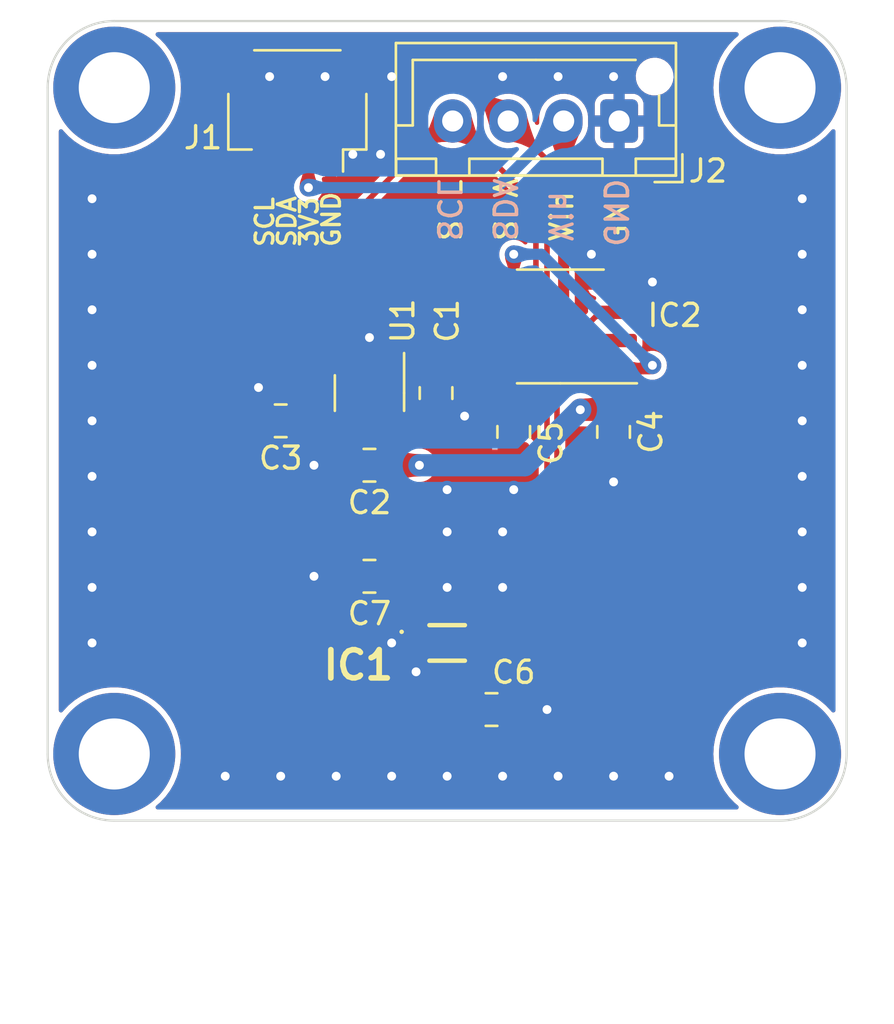
<source format=kicad_pcb>
(kicad_pcb (version 20221018) (generator pcbnew)
  (layers (0 "F.Cu" signal) (31 "B.Cu" signal) (34 "B.Paste" user) (35 "F.Paste" user) (36 "B.SilkS" user "B.Silkscreen") (37 "F.SilkS" user "F.Silkscreen") (38 "B.Mask" user) (39 "F.Mask" user) (44 "Edge.Cuts" user))
  (net 0 "")
  (net 1 "+3V3")
  (net 2 "GND")
  (net 3 "+3V0")
  (net 4 "Net-(U1-BP)")
  (net 5 "SDA")
  (net 6 "SCL")
  (net 7 "SCL-VCC")
  (net 8 "SDA-VCC")
  (footprint "Connector_JST:JST_SH_SM04B-SRSS-TB_1x04-1MP_P1.00mm_Horizontal" (layer "F.Cu") (at 98.25 48.5 180)
    (fp_text reference "J1" (at 4.25 -1.25) (layer "F.SilkS"))
    (fp_text value "Conn_01x04")
    (fp_line (start -3.11 -1.785) (end -2.06 -1.785) (stroke (width 0.12)) (layer "F.SilkS"))
    (fp_line (start -3.11 0.715) (end -3.11 -1.785) (stroke (width 0.12)) (layer "F.SilkS"))
    (fp_line (start -2.06 -1.785) (end -2.06 -2.775) (stroke (width 0.12)) (layer "F.SilkS"))
    (fp_line (start -1.94 2.685) (end 1.94 2.685) (stroke (width 0.12)) (layer "F.SilkS"))
    (fp_line (start 3.11 -1.785) (end 2.06 -1.785) (stroke (width 0.12)) (layer "F.SilkS"))
    (fp_line (start 3.11 0.715) (end 3.11 -1.785) (stroke (width 0.12)) (layer "F.SilkS"))
    (pad "1" smd roundrect (at -1.5 -2 180) (size 0.6 1.55) (layers "F.Cu" "F.Paste" "F.Mask") (net 2 "GND"))
    (pad "2" smd roundrect (at -0.5 -2 180) (size 0.6 1.55) (layers "F.Cu" "F.Paste" "F.Mask") (net 1 "+3V3"))
    (pad "3" smd roundrect (at 0.5 -2 180) (size 0.6 1.55) (layers "F.Cu" "F.Paste" "F.Mask") (net 8 "SDA-VCC"))
    (pad "4" smd roundrect (at 1.5 -2 180) (size 0.6 1.55) (layers "F.Cu" "F.Paste" "F.Mask") (net 7 "SCL-VCC"))
    (pad "MP" smd roundrect (at -2.8 1.875 180) (size 1.2 1.8) (layers "F.Cu" "F.Paste" "F.Mask") (roundrect_rratio 0.2083333333))
    (pad "MP" smd roundrect (at 2.8 1.875 180) (size 1.2 1.8) (layers "F.Cu" "F.Paste" "F.Mask") (roundrect_rratio 0.2083333333))
  )
  (footprint "MountingHole:MountingHole_3.2mm_M3_ISO14580_Pad" (layer "F.Cu") (at 120 47.5)
    (fp_text reference "H2" hide)
    (fp_text value "MountingHole")
    (pad "1" thru_hole circle (at 0 0) (size 5.5 5.5) (drill 3.2) (layers "*.Cu" "*.Mask"))
  )
  (footprint "Package_SO:SOIC-8_3.9x4.9mm_P1.27mm" (layer "F.Cu") (at 110.1 58.25 180)
    (fp_text reference "IC2" (at -5.15 0.5) (layer "F.SilkS"))
    (fp_text value "NLSX4373DR2G")
    (fp_line (start 0 -2.56) (end -3.45 -2.56) (stroke (width 0.12)) (layer "F.SilkS"))
    (fp_line (start 0 -2.56) (end 1.95 -2.56) (stroke (width 0.12)) (layer "F.SilkS"))
    (fp_line (start 0 2.56) (end -1.95 2.56) (stroke (width 0.12)) (layer "F.SilkS"))
    (fp_line (start 0 2.56) (end 1.95 2.56) (stroke (width 0.12)) (layer "F.SilkS"))
    (pad "1" smd roundrect (at -2.475 -1.905 180) (size 1.95 0.6) (layers "F.Cu" "F.Paste" "F.Mask") (net 3 "+3V0"))
    (pad "2" smd roundrect (at -2.475 -0.635 180) (size 1.95 0.6) (layers "F.Cu" "F.Paste" "F.Mask") (net 5 "SDA"))
    (pad "3" smd roundrect (at -2.475 0.635 180) (size 1.95 0.6) (layers "F.Cu" "F.Paste" "F.Mask") (net 6 "SCL"))
    (pad "4" smd roundrect (at -2.475 1.905 180) (size 1.95 0.6) (layers "F.Cu" "F.Paste" "F.Mask") (net 2 "GND"))
    (pad "5" smd roundrect (at 2.475 1.905 180) (size 1.95 0.6) (layers "F.Cu" "F.Paste" "F.Mask") (net 3 "+3V0"))
    (pad "6" smd roundrect (at 2.475 0.635 180) (size 1.95 0.6) (layers "F.Cu" "F.Paste" "F.Mask") (net 7 "SCL-VCC"))
    (pad "7" smd roundrect (at 2.475 -0.635 180) (size 1.95 0.6) (layers "F.Cu" "F.Paste" "F.Mask") (net 8 "SDA-VCC"))
    (pad "8" smd roundrect (at 2.475 -1.905 180) (size 1.95 0.6) (layers "F.Cu" "F.Paste" "F.Mask") (net 1 "+3V3"))
  )
  (footprint "Capacitor_SMD:C_0805_2012Metric_Pad1.18x1.45mm_HandSolder" (layer "F.Cu") (at 101.5 64.5 180)
    (fp_text reference "C2" (at 0 -1.68) (layer "F.SilkS"))
    (fp_text value "2.2u")
    (fp_line (start -0.261252 -0.735) (end 0.261252 -0.735) (stroke (width 0.12)) (layer "F.SilkS"))
    (fp_line (start -0.261252 0.735) (end 0.261252 0.735) (stroke (width 0.12)) (layer "F.SilkS"))
    (pad "1" smd roundrect (at -1.0375 0 180) (size 1.175 1.45) (layers "F.Cu" "F.Paste" "F.Mask") (roundrect_rratio 0.2127659574) (net 3 "+3V0"))
    (pad "2" smd roundrect (at 1.0375 0 180) (size 1.175 1.45) (layers "F.Cu" "F.Paste" "F.Mask") (roundrect_rratio 0.2127659574) (net 2 "GND"))
  )
  (footprint "BH1730FVC-TR:BH1730FVCTR" (layer "F.Cu") (at 105 72.5)
    (fp_text reference "IC1" (at -4 1) (layer "F.SilkS") (effects (font (size 1.27 1.27) (thickness 0.254))))
    (fp_text value "BH1730FVC-TR" hide)
    (fp_line (start -2.1 -0.5) (end -2.1 -0.5) (stroke (width 0.1)) (layer "F.SilkS"))
    (fp_line (start -2 -0.5) (end -2 -0.5) (stroke (width 0.1)) (layer "F.SilkS"))
    (fp_line (start -0.8 -0.8) (end 0.8 -0.8) (stroke (width 0.2)) (layer "F.SilkS"))
    (fp_line (start -0.8 0.8) (end 0.8 0.8) (stroke (width 0.2)) (layer "F.SilkS"))
    (fp_arc (start -2.1 -0.5) (mid -2.05 -0.55) (end -2 -0.5) (stroke (width 0.1)) (layer "F.SilkS"))
    (fp_arc (start -2 -0.5) (mid -2.05 -0.45) (end -2.1 -0.5) (stroke (width 0.1)) (layer "F.SilkS"))
    (pad "1" smd rect (at -1.375 -0.5 90) (size 0.25 0.55) (layers "F.Cu" "F.Paste" "F.Mask") (net 3 "+3V0"))
    (pad "2" smd rect (at -1.375 0 90) (size 0.25 0.55) (layers "F.Cu" "F.Paste" "F.Mask") (net 2 "GND"))
    (pad "3" smd rect (at -1.375 0.5 90) (size 0.25 0.55) (layers "F.Cu" "F.Paste" "F.Mask") (net 2 "GND"))
    (pad "4" smd rect (at 1.375 0.5 90) (size 0.25 0.55) (layers "F.Cu" "F.Paste" "F.Mask") (net 5 "SDA"))
    (pad "5" smd rect (at 1.375 0 90) (size 0.25 0.55) (layers "F.Cu" "F.Paste" "F.Mask") (net 3 "+3V0"))
    (pad "6" smd rect (at 1.375 -0.5 90) (size 0.25 0.55) (layers "F.Cu" "F.Paste" "F.Mask") (net 6 "SCL"))
  )
  (footprint "MountingHole:MountingHole_3.2mm_M3_ISO14580_Pad" (layer "F.Cu") (at 90 47.5)
    (fp_text reference "H1" hide)
    (fp_text value "MountingHole")
    (pad "1" thru_hole circle (at 0 0) (size 5.5 5.5) (drill 3.2) (layers "*.Cu" "*.Mask"))
  )
  (footprint "Capacitor_SMD:C_0805_2012Metric_Pad1.18x1.45mm_HandSolder" (layer "F.Cu") (at 108 63 -90)
    (fp_text reference "C5" (at 0.5 -1.68 90) (layer "F.SilkS"))
    (fp_text value "0.1u")
    (fp_line (start -0.261252 -0.735) (end 0.261252 -0.735) (stroke (width 0.12)) (layer "F.SilkS"))
    (fp_line (start -0.261252 0.735) (end 0.261252 0.735) (stroke (width 0.12)) (layer "F.SilkS"))
    (pad "1" smd roundrect (at -1.0375 0 270) (size 1.175 1.45) (layers "F.Cu" "F.Paste" "F.Mask") (roundrect_rratio 0.2127659574) (net 1 "+3V3"))
    (pad "2" smd roundrect (at 1.0375 0 270) (size 1.175 1.45) (layers "F.Cu" "F.Paste" "F.Mask") (roundrect_rratio 0.2127659574) (net 2 "GND"))
  )
  (footprint "Capacitor_SMD:C_0805_2012Metric_Pad1.18x1.45mm_HandSolder" (layer "F.Cu") (at 112.5 63 -90)
    (fp_text reference "C4" (at 0 -1.68 90) (layer "F.SilkS"))
    (fp_text value "0.1u")
    (fp_line (start -0.261252 -0.735) (end 0.261252 -0.735) (stroke (width 0.12)) (layer "F.SilkS"))
    (fp_line (start -0.261252 0.735) (end 0.261252 0.735) (stroke (width 0.12)) (layer "F.SilkS"))
    (pad "1" smd roundrect (at -1.0375 0 270) (size 1.175 1.45) (layers "F.Cu" "F.Paste" "F.Mask") (roundrect_rratio 0.2127659574) (net 3 "+3V0"))
    (pad "2" smd roundrect (at 1.0375 0 270) (size 1.175 1.45) (layers "F.Cu" "F.Paste" "F.Mask") (roundrect_rratio 0.2127659574) (net 2 "GND"))
  )
  (footprint "Capacitor_SMD:C_0805_2012Metric_Pad1.18x1.45mm_HandSolder" (layer "F.Cu") (at 107 75.5)
    (fp_text reference "C6" (at 1 -1.68) (layer "F.SilkS"))
    (fp_text value "0.1u")
    (fp_line (start -0.261252 -0.735) (end 0.261252 -0.735) (stroke (width 0.12)) (layer "F.SilkS"))
    (fp_line (start -0.261252 0.735) (end 0.261252 0.735) (stroke (width 0.12)) (layer "F.SilkS"))
    (pad "1" smd roundrect (at -1.0375 0) (size 1.175 1.45) (layers "F.Cu" "F.Paste" "F.Mask") (roundrect_rratio 0.2127659574) (net 3 "+3V0"))
    (pad "2" smd roundrect (at 1.0375 0) (size 1.175 1.45) (layers "F.Cu" "F.Paste" "F.Mask") (roundrect_rratio 0.2127659574) (net 2 "GND"))
  )
  (footprint "MountingHole:MountingHole_3.2mm_M3_ISO14580_Pad" (layer "F.Cu") (at 120 77.5 180)
    (fp_text reference "H4" hide)
    (fp_text value "MountingHole")
    (pad "1" thru_hole circle (at 0 0 180) (size 5.5 5.5) (drill 3.2) (layers "*.Cu" "*.Mask"))
  )
  (footprint "Capacitor_SMD:C_0805_2012Metric_Pad1.18x1.45mm_HandSolder" (layer "F.Cu") (at 101.5 69.5 180)
    (fp_text reference "C7" (at 0 -1.68) (layer "F.SilkS"))
    (fp_text value "0.1u")
    (fp_line (start -0.261252 -0.735) (end 0.261252 -0.735) (stroke (width 0.12)) (layer "F.SilkS"))
    (fp_line (start -0.261252 0.735) (end 0.261252 0.735) (stroke (width 0.12)) (layer "F.SilkS"))
    (pad "1" smd roundrect (at -1.0375 0 180) (size 1.175 1.45) (layers "F.Cu" "F.Paste" "F.Mask") (roundrect_rratio 0.2127659574) (net 3 "+3V0"))
    (pad "2" smd roundrect (at 1.0375 0 180) (size 1.175 1.45) (layers "F.Cu" "F.Paste" "F.Mask") (roundrect_rratio 0.2127659574) (net 2 "GND"))
  )
  (footprint "Package_TO_SOT_SMD:SOT-23-5" (layer "F.Cu") (at 101.5 61.25 -90)
    (fp_text reference "U1" (at -3.25 -1.5 90) (layer "F.SilkS"))
    (fp_text value "LP2985-3.0")
    (fp_line (start 0 -1.56) (end -1.8 -1.56) (stroke (width 0.12)) (layer "F.SilkS"))
    (fp_line (start 0 -1.56) (end 0.8 -1.56) (stroke (width 0.12)) (layer "F.SilkS"))
    (fp_line (start 0 1.56) (end -0.8 1.56) (stroke (width 0.12)) (layer "F.SilkS"))
    (fp_line (start 0 1.56) (end 0.8 1.56) (stroke (width 0.12)) (layer "F.SilkS"))
    (pad "1" smd roundrect (at -1.1375 -0.95 270) (size 1.325 0.6) (layers "F.Cu" "F.Paste" "F.Mask") (net 1 "+3V3"))
    (pad "2" smd roundrect (at -1.1375 0 270) (size 1.325 0.6) (layers "F.Cu" "F.Paste" "F.Mask") (net 2 "GND"))
    (pad "3" smd roundrect (at -1.1375 0.95 270) (size 1.325 0.6) (layers "F.Cu" "F.Paste" "F.Mask") (net 1 "+3V3"))
    (pad "4" smd roundrect (at 1.1375 0.95 270) (size 1.325 0.6) (layers "F.Cu" "F.Paste" "F.Mask") (net 4 "Net-(U1-BP)"))
    (pad "5" smd roundrect (at 1.1375 -0.95 270) (size 1.325 0.6) (layers "F.Cu" "F.Paste" "F.Mask") (net 3 "+3V0"))
  )
  (footprint "Capacitor_SMD:C_0805_2012Metric_Pad1.18x1.45mm_HandSolder" (layer "F.Cu") (at 104.5 61.25 -90)
    (fp_text reference "C1" (at -3.25 -0.5 90) (layer "F.SilkS"))
    (fp_text value "1u")
    (fp_line (start -0.261252 -0.735) (end 0.261252 -0.735) (stroke (width 0.12)) (layer "F.SilkS"))
    (fp_line (start -0.261252 0.735) (end 0.261252 0.735) (stroke (width 0.12)) (layer "F.SilkS"))
    (pad "1" smd roundrect (at -1.0375 0 270) (size 1.175 1.45) (layers "F.Cu" "F.Paste" "F.Mask") (roundrect_rratio 0.2127659574) (net 1 "+3V3"))
    (pad "2" smd roundrect (at 1.0375 0 270) (size 1.175 1.45) (layers "F.Cu" "F.Paste" "F.Mask") (roundrect_rratio 0.2127659574) (net 2 "GND"))
  )
  (footprint "MountingHole:MountingHole_3.2mm_M3_ISO14580_Pad" (layer "F.Cu") (at 90 77.5 180)
    (fp_text reference "H3" hide)
    (fp_text value "MountingHole")
    (pad "1" thru_hole circle (at 0 0 180) (size 5.5 5.5) (drill 3.2) (layers "*.Cu" "*.Mask"))
  )
  (footprint "Connector_JST:JST_XH_B4B-XH-AM_1x04_P2.50mm_Vertical" (layer "F.Cu") (at 112.75 49 180)
    (fp_text reference "J2" (at -4 -2.25) (layer "F.SilkS"))
    (fp_text value "Conn_01x04")
    (fp_line (start -2.85 -2.75) (end -2.85 -1.5) (stroke (width 0.12)) (layer "F.SilkS"))
    (fp_line (start -2.56 -2.46) (end -2.56 3.51) (stroke (width 0.12)) (layer "F.SilkS"))
    (fp_line (start -2.56 3.51) (end 10.06 3.51) (stroke (width 0.12)) (layer "F.SilkS"))
    (fp_line (start -2.55 -2.45) (end -2.55 -1.7) (stroke (width 0.12)) (layer "F.SilkS"))
    (fp_line (start -2.55 -1.7) (end -0.75 -1.7) (stroke (width 0.12)) (layer "F.SilkS"))
    (fp_line (start -2.55 -0.2) (end -1.8 -0.2) (stroke (width 0.12)) (layer "F.SilkS"))
    (fp_line (start -1.8 -0.2) (end -1.8 1.14) (stroke (width 0.12)) (layer "F.SilkS"))
    (fp_line (start -1.6 -2.75) (end -2.85 -2.75) (stroke (width 0.12)) (layer "F.SilkS"))
    (fp_line (start -0.75 -2.45) (end -2.55 -2.45) (stroke (width 0.12)) (layer "F.SilkS"))
    (fp_line (start -0.75 -1.7) (end -0.75 -2.45) (stroke (width 0.12)) (layer "F.SilkS"))
    (fp_line (start 0.75 -2.45) (end 0.75 -1.7) (stroke (width 0.12)) (layer "F.SilkS"))
    (fp_line (start 0.75 -1.7) (end 6.75 -1.7) (stroke (width 0.12)) (layer "F.SilkS"))
    (fp_line (start 3.75 2.75) (end -0.74 2.75) (stroke (width 0.12)) (layer "F.SilkS"))
    (fp_line (start 6.75 -2.45) (end 0.75 -2.45) (stroke (width 0.12)) (layer "F.SilkS"))
    (fp_line (start 6.75 -1.7) (end 6.75 -2.45) (stroke (width 0.12)) (layer "F.SilkS"))
    (fp_line (start 8.25 -2.45) (end 8.25 -1.7) (stroke (width 0.12)) (layer "F.SilkS"))
    (fp_line (start 8.25 -1.7) (end 10.05 -1.7) (stroke (width 0.12)) (layer "F.SilkS"))
    (fp_line (start 9.3 -0.2) (end 9.3 2.75) (stroke (width 0.12)) (layer "F.SilkS"))
    (fp_line (start 9.3 2.75) (end 3.75 2.75) (stroke (width 0.12)) (layer "F.SilkS"))
    (fp_line (start 10.05 -2.45) (end 8.25 -2.45) (stroke (width 0.12)) (layer "F.SilkS"))
    (fp_line (start 10.05 -1.7) (end 10.05 -2.45) (stroke (width 0.12)) (layer "F.SilkS"))
    (fp_line (start 10.05 -0.2) (end 9.3 -0.2) (stroke (width 0.12)) (layer "F.SilkS"))
    (fp_line (start 10.06 -2.46) (end -2.56 -2.46) (stroke (width 0.12)) (layer "F.SilkS"))
    (fp_line (start 10.06 3.51) (end 10.06 -2.46) (stroke (width 0.12)) (layer "F.SilkS"))
    (pad "" np_thru_hole circle (at -1.6 2 180) (size 1.2 1.2) (drill 1.2) (layers "*.Cu" "*.Mask"))
    (pad "1" thru_hole roundrect (at 0 0 180) (size 1.7 1.95) (drill 0.95) (layers "*.Cu" "*.Mask") (roundrect_rratio 0.1470588235) (net 2 "GND"))
    (pad "2" thru_hole oval (at 2.5 0 180) (size 1.7 1.95) (drill 0.95) (layers "*.Cu" "*.Mask") (net 1 "+3V3"))
    (pad "3" thru_hole oval (at 5 0 180) (size 1.7 1.95) (drill 0.95) (layers "*.Cu" "*.Mask") (net 8 "SDA-VCC"))
    (pad "4" thru_hole oval (at 7.5 0 180) (size 1.7 1.95) (drill 0.95) (layers "*.Cu" "*.Mask") (net 7 "SCL-VCC"))
  )
  (footprint "Capacitor_SMD:C_0805_2012Metric_Pad1.18x1.45mm_HandSolder" (layer "F.Cu") (at 97.5 62.5 180)
    (fp_text reference "C3" (at 0 -1.68) (layer "F.SilkS"))
    (fp_text value "10n")
    (fp_line (start -0.261252 -0.735) (end 0.261252 -0.735) (stroke (width 0.12)) (layer "F.SilkS"))
    (fp_line (start -0.261252 0.735) (end 0.261252 0.735) (stroke (width 0.12)) (layer "F.SilkS"))
    (pad "1" smd roundrect (at -1.0375 0 180) (size 1.175 1.45) (layers "F.Cu" "F.Paste" "F.Mask") (roundrect_rratio 0.2127659574) (net 4 "Net-(U1-BP)"))
    (pad "2" smd roundrect (at 1.0375 0 180) (size 1.175 1.45) (layers "F.Cu" "F.Paste" "F.Mask") (roundrect_rratio 0.2127659574) (net 2 "GND"))
  )
  (gr_line (start 87 47.5) (end 87 77.5) (stroke (width 0.1)) (layer "Edge.Cuts"))
  (gr_arc (start 90 80.5) (mid 87.87868 79.62132) (end 87 77.5) (stroke (width 0.1)) (layer "Edge.Cuts"))
  (gr_line (start 123 77.5) (end 123 47.5) (stroke (width 0.1)) (layer "Edge.Cuts"))
  (gr_line (start 90 80.5) (end 120 80.5) (stroke (width 0.1)) (layer "Edge.Cuts"))
  (gr_arc (start 87 47.5) (mid 87.87868 45.37868) (end 90 44.5) (stroke (width 0.1)) (layer "Edge.Cuts"))
  (gr_line (start 120 44.5) (end 90 44.5) (stroke (width 0.1)) (layer "Edge.Cuts"))
  (gr_arc (start 120 44.5) (mid 122.12132 45.37868) (end 123 47.5) (stroke (width 0.1)) (layer "Edge.Cuts"))
  (gr_arc (start 123 77.5) (mid 122.12132 79.62132) (end 120 80.5) (stroke (width 0.1)) (layer "Edge.Cuts"))
  (gr_text "Vin" (at 109.5 54.5 270) (layer "B.SilkS") (effects (font (size 1 1)) (justify left bottom mirror)))
  (gr_text "SDA" (at 107 54.5 -90) (layer "B.SilkS") (effects (font (size 1 1)) (justify left bottom mirror)))
  (gr_text "GND" (at 112 54.75 -90) (layer "B.SilkS") (effects (font (size 1 1)) (justify left bottom mirror)))
  (gr_text "SCL" (at 104.5 54.5 -90) (layer "B.SilkS") (effects (font (size 1 1)) (justify left bottom mirror)))
  (gr_text "Vin" (at 110.75 54.5 90) (layer "F.SilkS") (effects (font (size 1 1)) (justify left bottom)))
  (gr_text "SDA" (at 108.25 54.5 90) (layer "F.SilkS") (effects (font (size 1 1)) (justify left bottom)))
  (gr_text "SDA" (at 98.25 54.75 90) (layer "F.SilkS") (effects (font (size 0.8 0.8) (thickness 0.15) bold) (justify left bottom)))
  (gr_text "GND" (at 113.25 54.75 90) (layer "F.SilkS") (effects (font (size 1 1)) (justify left bottom)))
  (gr_text "3V3" (at 99.25 54.75 90) (layer "F.SilkS") (effects (font (size 0.8 0.8) (thickness 0.15) bold) (justify left bottom)))
  (gr_text "SCL" (at 105.75 54.5 90) (layer "F.SilkS") (effects (font (size 1 1)) (justify left bottom)))
  (gr_text "SCL" (at 97.25 54.75 90) (layer "F.SilkS") (effects (font (size 0.8 0.8) (thickness 0.15) bold) (justify left bottom)))
  (gr_text "GND" (at 100.25 54.75 90) (layer "F.SilkS") (effects (font (size 0.8 0.8) (thickness 0.15) bold) (justify left bottom)))
  (segment (start 107.625 61.5875) (end 108 61.9625) (width 0.5) (layer "F.Cu") (net 1))
  (segment (start 107.028972 60.1125) (end 102.45 60.1125) (width 0.5) (layer "F.Cu") (net 1))
  (segment (start 100.55 60.75) (end 100.55 60.1125) (width 0.25) (layer "F.Cu") (net 1))
  (segment (start 98.75 52) (end 98.75 50.5) (width 0.5) (layer "F.Cu") (net 1))
  (segment (start 101 61.2) (end 100.55 60.75) (width 0.25) (layer "F.Cu") (net 1))
  (segment (start 102 61.2) (end 101 61.2) (width 0.25) (layer "F.Cu") (net 1))
  (segment (start 102.45 60.75) (end 102 61.2) (width 0.25) (layer "F.Cu") (net 1))
  (segment (start 110.25 59.7125) (end 108 61.9625) (width 0.5) (layer "F.Cu") (net 1))
  (segment (start 107.625 60.155) (end 107.625 61.5875) (width 0.5) (layer "F.Cu") (net 1))
  (segment (start 110.25 49) (end 110.25 59.7125) (width 0.5) (layer "F.Cu") (net 1))
  (segment (start 102.45 60.1125) (end 102.45 60.75) (width 0.25) (layer "F.Cu") (net 1))
  (via (at 98.75 52) (size 0.8) (drill 0.4) (layers "F.Cu" "B.Cu") (net 1))
  (segment (start 98.75 52) (end 107.25 52) (width 0.5) (layer "B.Cu") (net 1))
  (segment (start 107.25 52) (end 110.25 49) (width 0.5) (layer "B.Cu") (net 1))
  (segment (start 103.625 73) (end 103.625 73.775) (width 0.25) (layer "F.Cu") (net 2))
  (segment (start 105.7875 62.2875) (end 104.5 62.2875) (width 1) (layer "F.Cu") (net 2))
  (segment (start 100.4625 64.5) (end 99 64.5) (width 1) (layer "F.Cu") (net 2))
  (segment (start 96.4625 61.0375) (end 96.5 61) (width 1) (layer "F.Cu") (net 2))
  (segment (start 108.0375 75.5) (end 109.5 75.5) (width 1) (layer "F.Cu") (net 2))
  (segment (start 103.625 72.5) (end 102.5 72.5) (width 0.25) (layer "F.Cu") (net 2))
  (segment (start 101.5 60.1125) (end 101.5 58.75) (width 0.5) (layer "F.Cu") (net 2))
  (segment (start 112.5 65.25) (end 112.5 64.0375) (width 1) (layer "F.Cu") (net 2))
  (segment (start 114.155 56.345) (end 114.25 56.25) (width 0.5) (layer "F.Cu") (net 2))
  (segment (start 99.75 50.5) (end 100.75 50.5) (width 0.5) (layer "F.Cu") (net 2))
  (segment (start 108 65.5995) (end 108 64.0375) (width 1) (layer "F.Cu") (net 2))
  (segment (start 112.575 56.345) (end 114.155 56.345) (width 0.5) (layer "F.Cu") (net 2))
  (segment (start 100.4625 69.5) (end 99 69.5) (width 1) (layer "F.Cu") (net 2))
  (segment (start 103.625 73.775) (end 103.6 73.8) (width 0.25) (layer "F.Cu") (net 2))
  (segment (start 96.4625 62.5) (end 96.4625 61.0375) (width 1) (layer "F.Cu") (net 2))
  (via (at 103.6 73.8) (size 0.8) (drill 0.4) (layers "F.Cu" "B.Cu") (net 2))
  (via (at 89 62.5) (size 0.8) (drill 0.4) (layers "F.Cu" "B.Cu") (net 2))
  (via (at 105 78.5) (size 0.8) (drill 0.4) (layers "F.Cu" "B.Cu") (net 2))
  (via (at 89 52.5) (size 0.8) (drill 0.4) (layers "F.Cu" "B.Cu") (net 2))
  (via (at 109.5 75.5) (size 0.8) (drill 0.4) (layers "F.Cu" "B.Cu") (net 2))
  (via (at 105.7875 62.2875) (size 0.8) (drill 0.4) (layers "F.Cu" "B.Cu") (net 2))
  (via (at 99 64.5) (size 0.8) (drill 0.4) (layers "F.Cu" "B.Cu") (net 2))
  (via (at 95 78.5) (size 0.8) (drill 0.4) (layers "F.Cu" "B.Cu") (net 2))
  (via (at 121 55) (size 0.8) (drill 0.4) (layers "F.Cu" "B.Cu") (net 2))
  (via (at 99.5 47) (size 0.8) (drill 0.4) (layers "F.Cu" "B.Cu") (net 2))
  (via (at 99 69.5) (size 0.8) (drill 0.4) (layers "F.Cu" "B.Cu") (net 2))
  (via (at 102.5 78.5) (size 0.8) (drill 0.4) (layers "F.Cu" "B.Cu") (net 2))
  (via (at 107.5 47) (size 0.8) (drill 0.4) (layers "F.Cu" "B.Cu") (net 2))
  (via (at 110 47) (size 0.8) (drill 0.4) (layers "F.Cu" "B.Cu") (net 2))
  (via (at 112.5 65.25) (size 0.8) (drill 0.4) (layers "F.Cu" "B.Cu") (net 2))
  (via (at 100.75 50.5) (size 0.8) (drill 0.4) (layers "F.Cu" "B.Cu") (net 2))
  (via (at 102.5 47) (size 0.8) (drill 0.4) (layers "F.Cu" "B.Cu") (net 2))
  (via (at 115 78.5) (size 0.8) (drill 0.4) (layers "F.Cu" "B.Cu") (net 2))
  (via (at 105 67.5) (size 0.8) (drill 0.4) (layers "F.Cu" "B.Cu") (net 2))
  (via (at 112.5 47) (size 0.8) (drill 0.4) (layers "F.Cu" "B.Cu") (net 2))
  (via (at 121 70) (size 0.8) (drill 0.4) (layers "F.Cu" "B.Cu") (net 2))
  (via (at 107.5 78.5) (size 0.8) (drill 0.4) (layers "F.Cu" "B.Cu") (net 2))
  (via (at 105 70) (size 0.8) (drill 0.4) (layers "F.Cu" "B.Cu") (net 2))
  (via (at 97.5 78.5) (size 0.8) (drill 0.4) (layers "F.Cu" "B.Cu") (net 2))
  (via (at 108 65.5995) (size 0.8) (drill 0.4) (layers "F.Cu" "B.Cu") (net 2))
  (via (at 107.5 70) (size 0.8) (drill 0.4) (layers "F.Cu" "B.Cu") (net 2))
  (via (at 96.5 61) (size 0.8) (drill 0.4) (layers "F.Cu" "B.Cu") (net 2))
  (via (at 111.5 55) (size 0.8) (drill 0.4) (layers "F.Cu" "B.Cu") (net 2))
  (via (at 102 50.5) (size 0.8) (drill 0.4) (layers "F.Cu" "B.Cu") (net 2))
  (via (at 101.5 58.75) (size 0.8) (drill 0.4) (layers "F.Cu" "B.Cu") (net 2))
  (via (at 89 57.5) (size 0.8) (drill 0.4) (layers "F.Cu" "B.Cu") (net 2))
  (via (at 112.5 78.5) (size 0.8) (drill 0.4) (layers "F.Cu" "B.Cu") (net 2))
  (via (at 107.5 67.5) (size 0.8) (drill 0.4) (layers "F.Cu" "B.Cu") (net 2))
  (via (at 102.5 72.5) (size 0.8) (drill 0.4) (layers "F.Cu" "B.Cu") (net 2))
  (via (at 121 67.5) (size 0.8) (drill 0.4) (layers "F.Cu" "B.Cu") (net 2))
  (via (at 121 57.5) (size 0.8) (drill 0.4) (layers "F.Cu" "B.Cu") (net 2))
  (via (at 114.25 56.25) (size 0.8) (drill 0.4) (layers "F.Cu" "B.Cu") (net 2))
  (via (at 110 78.5) (size 0.8) (drill 0.4) (layers "F.Cu" "B.Cu") (net 2))
  (via (at 121 62.5) (size 0.8) (drill 0.4) (layers "F.Cu" "B.Cu") (net 2))
  (via (at 100 78.5) (size 0.8) (drill 0.4) (layers "F.Cu" "B.Cu") (net 2))
  (via (at 121 60) (size 0.8) (drill 0.4) (layers "F.Cu" "B.Cu") (net 2))
  (via (at 121 72.5) (size 0.8) (drill 0.4) (layers "F.Cu" "B.Cu") (net 2))
  (via (at 89 55) (size 0.8) (drill 0.4) (layers "F.Cu" "B.Cu") (net 2))
  (via (at 97 47) (size 0.8) (drill 0.4) (layers "F.Cu" "B.Cu") (net 2))
  (via (at 89 60) (size 0.8) (drill 0.4) (layers "F.Cu" "B.Cu") (net 2))
  (via (at 89 67.5) (size 0.8) (drill 0.4) (layers "F.Cu" "B.Cu") (net 2))
  (via (at 89 72.5) (size 0.8) (drill 0.4) (layers "F.Cu" "B.Cu") (net 2))
  (via (at 89 70) (size 0.8) (drill 0.4) (layers "F.Cu" "B.Cu") (net 2))
  (via (at 89 65) (size 0.8) (drill 0.4) (layers "F.Cu" "B.Cu") (net 2))
  (via (at 121 52.5) (size 0.8) (drill 0.4) (layers "F.Cu" "B.Cu") (net 2))
  (via (at 104.997882 65.5995) (size 0.8) (drill 0.4) (layers "F.Cu" "B.Cu") (net 2))
  (via (at 121 65) (size 0.8) (drill 0.4) (layers "F.Cu" "B.Cu") (net 2))
  (segment (start 102.5375 64.5) (end 103.75 64.5) (width 1) (layer "F.Cu") (net 3))
  (segment (start 111 62) (end 112.4625 62) (width 1) (layer "F.Cu") (net 3))
  (segment (start 112.575 60.155) (end 114.095 60.155) (width 0.5) (layer "F.Cu") (net 3))
  (segment (start 102.372182 75.5) (end 105.9625 75.5) (width 1) (layer "F.Cu") (net 3))
  (segment (start 106 72.5) (end 105.75 72.75) (width 0.25) (layer "F.Cu") (net 3))
  (segment (start 101 74.127818) (end 102.372182 75.5) (width 1) (layer "F.Cu") (net 3))
  (segment (start 103.625 70.5875) (end 102.5375 69.5) (width 0.25) (layer "F.Cu") (net 3))
  (segment (start 102.5375 69.9625) (end 101 71.5) (width 1) (layer "F.Cu") (net 3))
  (segment (start 101 71.5) (end 101 74.127818) (width 1) (layer "F.Cu") (net 3))
  (segment (start 105.75 72.75) (end 105.75 75.2875) (width 0.25) (layer "F.Cu") (net 3))
  (segment (start 102.5375 69.5) (end 102.5375 69.9625) (width 1) (layer "F.Cu") (net 3))
  (segment (start 114.095 60.155) (end 114.25 60) (width 0.5) (layer "F.Cu") (net 3))
  (segment (start 108 55) (end 108 55.97) (width 0.5) (layer "F.Cu") (net 3))
  (segment (start 106.375 72.5) (end 106 72.5) (width 0.25) (layer "F.Cu") (net 3))
  (segment (start 102.5375 64.5) (end 102.5375 69.5) (width 1) (layer "F.Cu") (net 3))
  (segment (start 112.575 60.155) (end 112.575 61.8875) (width 0.5) (layer "F.Cu") (net 3))
  (segment (start 102.45 62.3875) (end 102.45 64.4125) (width 0.5) (layer "F.Cu") (net 3))
  (segment (start 103.625 72) (end 103.625 70.5875) (width 0.25) (layer "F.Cu") (net 3))
  (segment (start 108 55.97) (end 107.625 56.345) (width 0.5) (layer "F.Cu") (net 3))
  (via (at 103.75 64.5) (size 0.8) (drill 0.4) (layers "F.Cu" "B.Cu") (net 3))
  (via (at 108 55) (size 0.8) (drill 0.4) (layers "F.Cu" "B.Cu") (net 3))
  (via (at 111 62) (size 0.8) (drill 0.4) (layers "F.Cu" "B.Cu") (net 3))
  (via (at 114.25 60) (size 0.8) (drill 0.4) (layers "F.Cu" "B.Cu") (net 3))
  (segment (start 109.25 55) (end 114.25 60) (width 0.5) (layer "B.Cu") (net 3))
  (segment (start 108 55) (end 109.25 55) (width 0.5) (layer "B.Cu") (net 3))
  (segment (start 111 62) (end 108.5 64.5) (width 1) (layer "B.Cu") (net 3))
  (segment (start 108.5 64.5) (end 103.75 64.5) (width 1) (layer "B.Cu") (net 3))
  (segment (start 100.55 62.3875) (end 98.65 62.3875) (width 0.5) (layer "F.Cu") (net 4))
  (segment (start 109.95 70.436396) (end 109.95 61.686396) (width 0.25) (layer "F.Cu") (net 5))
  (segment (start 107.386396 73) (end 109.95 70.436396) (width 0.25) (layer "F.Cu") (net 5))
  (segment (start 109.95 61.686396) (end 111.275 60.361396) (width 0.25) (layer "F.Cu") (net 5))
  (segment (start 111.275 60.361396) (end 111.275 59.5125) (width 0.25) (layer "F.Cu") (net 5))
  (segment (start 106.375 73) (end 107.386396 73) (width 0.25) (layer "F.Cu") (net 5))
  (segment (start 111.275 59.5125) (end 111.9025 58.885) (width 0.25) (layer "F.Cu") (net 5))
  (segment (start 110.825 60.175) (end 110.825 58.675) (width 0.25) (layer "F.Cu") (net 6))
  (segment (start 109.5 70.25) (end 109.5 61.5) (width 0.25) (layer "F.Cu") (net 6))
  (segment (start 106.375 72) (end 107.75 72) (width 0.25) (layer "F.Cu") (net 6))
  (segment (start 110.825 58.675) (end 111.885 57.615) (width 0.25) (layer "F.Cu") (net 6))
  (segment (start 107.75 72) (end 109.5 70.25) (width 0.25) (layer "F.Cu") (net 6))
  (segment (start 109.5 61.5) (end 110.825 60.175) (width 0.25) (layer "F.Cu") (net 6))
  (segment (start 101 53) (end 105 49) (width 0.25) (layer "F.Cu") (net 7))
  (segment (start 97.75 53) (end 101 53) (width 0.25) (layer "F.Cu") (net 7))
  (segment (start 109 57) (end 108.385 57.615) (width 0.25) (layer "F.Cu") (net 7))
  (segment (start 96.75 50.5) (end 96.75 52) (width 0.25) (layer "F.Cu") (net 7))
  (segment (start 105.25 49) (end 109 52.75) (width 0.25) (layer "F.Cu") (net 7))
  (segment (start 109 52.75) (end 109 57) (width 0.25) (layer "F.Cu") (net 7))
  (segment (start 96.75 52) (end 97.75 53) (width 0.25) (layer "F.Cu") (net 7))
  (segment (start 104.5 47.5) (end 106.25 47.5) (width 0.25) (layer "F.Cu") (net 8))
  (segment (start 107.75 49) (end 109.5 50.75) (width 0.25) (layer "F.Cu") (net 8))
  (segment (start 97.75 50) (end 98.5 49.25) (width 0.25) (layer "F.Cu") (net 8))
  (segment (start 98.5 49.25) (end 102.75 49.25) (width 0.25) (layer "F.Cu") (net 8))
  (segment (start 102.75 49.25) (end 104.5 47.5) (width 0.25) (layer "F.Cu") (net 8))
  (segment (start 106.25 47.5) (end 107.75 49) (width 0.25) (layer "F.Cu") (net 8))
  (segment (start 109.5 50.75) (end 109.5 57.75) (width 0.25) (layer "F.Cu") (net 8))
  (segment (start 109.5 57.75) (end 108.365 58.885) (width 0.25) (layer "F.Cu") (net 8))
  (zone (net 2) (net_name "GND") (layers "F&B.Cu") (connect_pads (clearance 0.25)) (min_thickness 0.2) (fill yes (thermal_gap 0.25) (thermal_bridge_width 0.5))
    (polygon (pts (xy 87.5 45) (xy 87.5 80) (xy 122.5 80) (xy 122.5 45)))
  )
)
</source>
